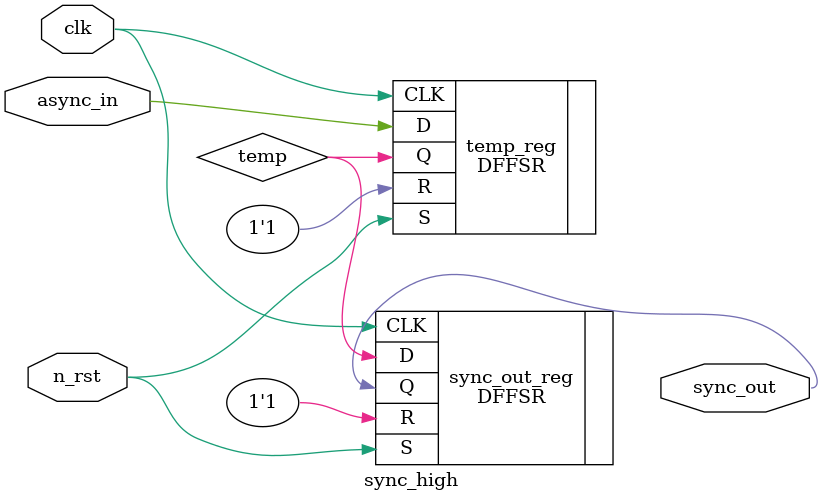
<source format=v>


module sync_high ( clk, n_rst, async_in, sync_out );
  input clk, n_rst, async_in;
  output sync_out;
  wire   temp;

  DFFSR temp_reg ( .D(async_in), .CLK(clk), .R(1'b1), .S(n_rst), .Q(temp) );
  DFFSR sync_out_reg ( .D(temp), .CLK(clk), .R(1'b1), .S(n_rst), .Q(sync_out)
         );
endmodule


</source>
